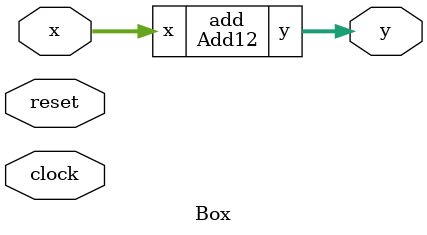
<source format=v>
`default_nettype none

module Add12(
    input  [31:0] x,
    output [31:0] y
);
    assign y = x + 32'h10;
endmodule

module Box(
    input         clock,
    input         reset,
    input  [31:0] x,
    output [31:0] y
);
    Add12 add(
        .x(x),
        .y(y)
    );

    // always @(posedge clock) begin
    //     y <= x + 32'b1;
    // end

endmodule

</source>
